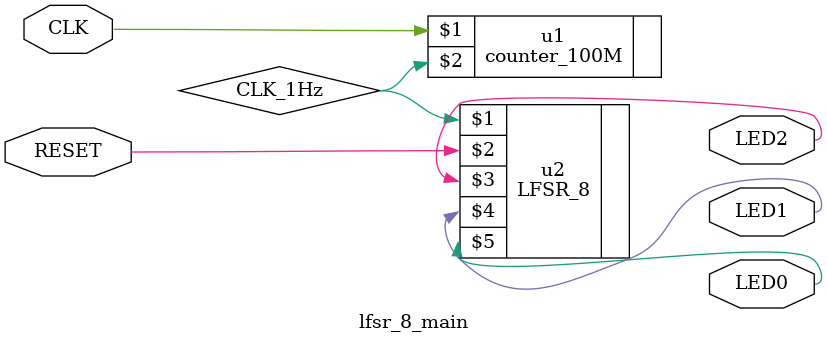
<source format=v>
module lfsr_8_main(
    input CLK ,
	 input RESET ,
	 output LED2 , LED1 , LED0 
    );
     wire CLK_1Hz ;	 
	 counter_100M  u1( CLK , CLK_1Hz ) ;
	 LFSR_8  u2(CLK_1Hz , RESET , LED2 , LED1 , LED0 );    
endmodule

</source>
